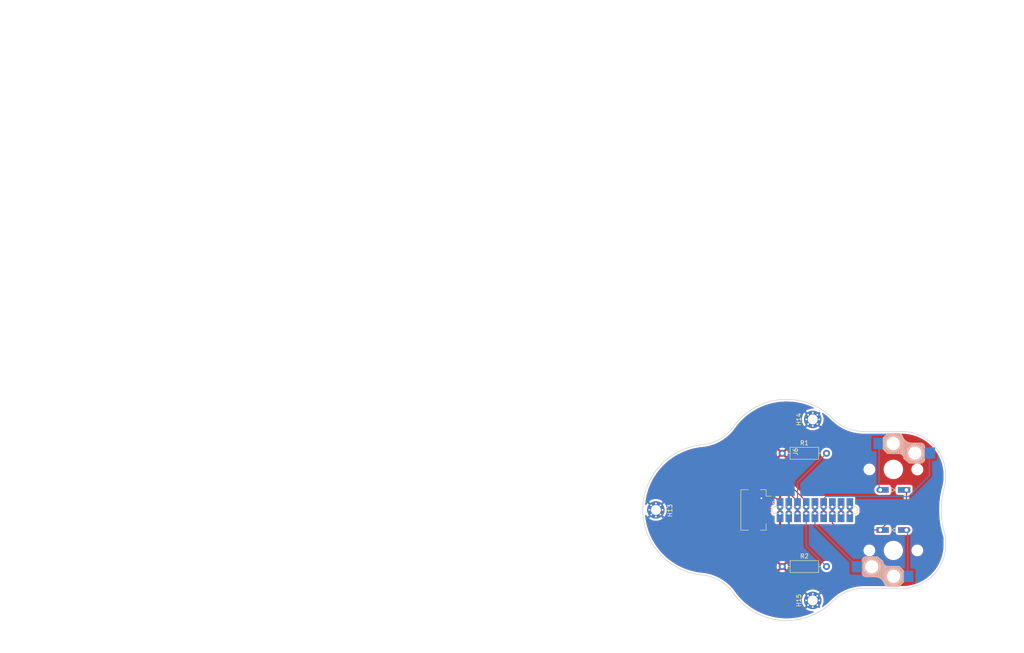
<source format=kicad_pcb>
(kicad_pcb (version 20211014) (generator pcbnew)
  (title_block (title "mainpcb") (rev "v1.0.0") (company "Unknown"))
  (layers (0 "F.Cu" signal) (31 "B.Cu" signal) (34 "B.Paste" user) (35 "F.Paste" user) (36 "B.SilkS" user "B.Silkscreen") (37 "F.SilkS" user "F.Silkscreen") (38 "B.Mask" user) (39 "F.Mask" user) (44 "Edge.Cuts" user))
  (net 0 "")
  (net 1 "C1")
  (net 2 "C2")
  (net 3 "c1_r4")
  (net 4 "R4")
  (net 5 "c2_r4")
  (net 6 "R5")
  (net 7 "GND")
  (net 8 "VCC")
  (net 9 "SDA")
  (net 10 "SCL")
  (footprint "Resistor_THT:R_Axial_DIN0207_L6.3mm_D2.5mm_P10.16mm_Horizontal" (layer "F.Cu") (at 64.5 39.1)
    (fp_text reference "R1" (at 5.08 -2.37) (layer "F.SilkS"))
    (fp_text value "4K7")
    (fp_line (start 1.81 1.37) (end 8.35 1.37) (layer "F.SilkS") (width 0.12))
    (fp_line (start 8.35 1.37) (end 8.35 -1.37) (layer "F.SilkS") (width 0.12))
    (fp_line (start 9.12 0) (end 8.35 0) (layer "F.SilkS") (width 0.12))
    (fp_line (start 1.04 0) (end 1.81 0) (layer "F.SilkS") (width 0.12))
    (fp_line (start 8.35 -1.37) (end 1.81 -1.37) (layer "F.SilkS") (width 0.12))
    (fp_line (start 1.81 -1.37) (end 1.81 1.37) (layer "F.SilkS") (width 0.12))
    (pad "1" thru_hole circle (at 0 0) (size 1.6 1.6) (drill 0.8) (layers *.Cu *.Mask) (net 8 "VCC"))
    (pad "2" thru_hole oval (at 10.16 0) (size 1.6 1.6) (drill 0.8) (layers *.Cu *.Mask) (net 9 "SDA"))
  )
  (footprint "kbd:M2_HOLE_v3" (layer "F.Cu") (at 71.5 72.88461 90)
    (fp_text reference "H15" (at 0 -3.2 90) (layer "F.SilkS"))
    (fp_text value "M2")
    (pad "1" thru_hole circle locked (at -1.06 1.06 90) (size 0.5 0.5) (drill 0.4) (layers *.Cu *.Mask) (net 7 "GND"))
    (pad "1" thru_hole circle locked (at -1.5 0 90) (size 0.5 0.5) (drill 0.4) (layers *.Cu *.Mask) (net 7 "GND"))
    (pad "1" thru_hole circle locked (at 1.5 0 90) (size 0.5 0.5) (drill 0.4) (layers *.Cu *.Mask) (net 7 "GND"))
    (pad "1" thru_hole circle locked (at 0 -1.5 90) (size 0.5 0.5) (drill 0.4) (layers *.Cu *.Mask) (net 7 "GND"))
    (pad "1" thru_hole circle locked (at 0 1.5 90) (size 0.5 0.5) (drill 0.4) (layers *.Cu *.Mask) (net 7 "GND"))
    (pad "1" thru_hole circle locked (at 0 0 90) (size 4 4) (drill 2.3) (layers *.Cu *.Mask) (net 7 "GND"))
    (pad "1" thru_hole circle locked (at 1.06 1.06 90) (size 0.5 0.5) (drill 0.4) (layers *.Cu *.Mask) (net 7 "GND"))
    (pad "1" thru_hole circle locked (at 1.06 -1.06 90) (size 0.5 0.5) (drill 0.4) (layers *.Cu *.Mask) (net 7 "GND"))
    (pad "1" thru_hole circle locked (at -1.06 -1.06 90) (size 0.5 0.5) (drill 0.4) (layers *.Cu *.Mask) (net 7 "GND"))
  )
  (footprint "Library:Hirose_FH12-12S-0.5SH_1x12-1MP_P0.50mm_Horizontal" (layer "F.Cu") (at 59.5 52.1 -90)
    (fp_text reference "J5" hide)
    (fp_text value "12pin FPC")
    (fp_line (start 3.16 -1.3) (end 4.65 -1.3) (layer "F.SilkS") (width 0.12))
    (fp_line (start -4.65 4.5) (end 4.65 4.5) (layer "F.SilkS") (width 0.12))
    (fp_line (start -3.16 -1.3) (end -4.65 -1.3) (layer "F.SilkS") (width 0.12))
    (fp_line (start -4.65 -1.3) (end -4.65 0.04) (layer "F.SilkS") (width 0.12))
    (fp_line (start 4.65 -1.3) (end 4.65 0.04) (layer "F.SilkS") (width 0.12))
    (fp_line (start -4.65 2.76) (end -4.65 4.5) (layer "F.SilkS") (width 0.12))
    (fp_line (start 4.65 4.5) (end 4.65 2.76) (layer "F.SilkS") (width 0.12))
    (fp_line (start -3.16 -1.3) (end -3.16 -2.5) (layer "F.SilkS") (width 0.12))
    (pad "1" smd rect (at -2.75 -1.85 270) (size 0.3 1.3) (layers "F.Cu" "F.Paste" "F.Mask") (net 8 "VCC"))
    (pad "2" smd rect (at -2.25 -1.85 270) (size 0.3 1.3) (layers "F.Cu" "F.Paste" "F.Mask") (net 7 "GND"))
    (pad "3" smd rect (at -1.75 -1.85 270) (size 0.3 1.3) (layers "F.Cu" "F.Paste" "F.Mask") (net 9 "SDA"))
    (pad "4" smd rect (at -1.25 -1.85 270) (size 0.3 1.3) (layers "F.Cu" "F.Paste" "F.Mask") (net 10 "SCL"))
    (pad "5" smd rect (at -0.75 -1.85 270) (size 0.3 1.3) (layers "F.Cu" "F.Paste" "F.Mask"))
    (pad "6" smd rect (at -0.25 -1.85 270) (size 0.3 1.3) (layers "F.Cu" "F.Paste" "F.Mask"))
    (pad "7" smd rect (at 0.25 -1.85 270) (size 0.3 1.3) (layers "F.Cu" "F.Paste" "F.Mask"))
    (pad "8" smd rect (at 0.75 -1.85 270) (size 0.3 1.3) (layers "F.Cu" "F.Paste" "F.Mask"))
    (pad "9" smd rect (at 1.25 -1.85 270) (size 0.3 1.3) (layers "F.Cu" "F.Paste" "F.Mask"))
    (pad "10" smd rect (at 1.75 -1.85 270) (size 0.3 1.3) (layers "F.Cu" "F.Paste" "F.Mask"))
    (pad "11" smd rect (at 2.25 -1.85 270) (size 0.3 1.3) (layers "F.Cu" "F.Paste" "F.Mask"))
    (pad "12" smd rect (at 2.75 -1.85 270) (size 0.3 1.3) (layers "F.Cu" "F.Paste" "F.Mask"))
    (pad "MP" smd rect (at 4.65 1.4 270) (size 1.8 2.2) (layers "F.Cu" "F.Paste" "F.Mask"))
    (pad "MP" smd rect (at -4.65 1.4 270) (size 1.8 2.2) (layers "F.Cu" "F.Paste" "F.Mask"))
  )
  (footprint "kbd:M2_HOLE_v3" (layer "F.Cu") (at 71.5 31.31539 90)
    (fp_text reference "H14" (at 0 -3.2 90) (layer "F.SilkS"))
    (fp_text value "M2")
    (pad "1" thru_hole circle locked (at 0 -1.5 90) (size 0.5 0.5) (drill 0.4) (layers *.Cu *.Mask) (net 7 "GND"))
    (pad "1" thru_hole circle locked (at 1.06 1.06 90) (size 0.5 0.5) (drill 0.4) (layers *.Cu *.Mask) (net 7 "GND"))
    (pad "1" thru_hole circle locked (at 0 1.5 90) (size 0.5 0.5) (drill 0.4) (layers *.Cu *.Mask) (net 7 "GND"))
    (pad "1" thru_hole circle locked (at 0 0 90) (size 4 4) (drill 2.3) (layers *.Cu *.Mask) (net 7 "GND"))
    (pad "1" thru_hole circle locked (at -1.06 1.06 90) (size 0.5 0.5) (drill 0.4) (layers *.Cu *.Mask) (net 7 "GND"))
    (pad "1" thru_hole circle locked (at 1.5 0 90) (size 0.5 0.5) (drill 0.4) (layers *.Cu *.Mask) (net 7 "GND"))
    (pad "1" thru_hole circle locked (at -1.06 -1.06 90) (size 0.5 0.5) (drill 0.4) (layers *.Cu *.Mask) (net 7 "GND"))
    (pad "1" thru_hole circle locked (at 1.06 -1.06 90) (size 0.5 0.5) (drill 0.4) (layers *.Cu *.Mask) (net 7 "GND"))
    (pad "1" thru_hole circle locked (at -1.5 0 90) (size 0.5 0.5) (drill 0.4) (layers *.Cu *.Mask) (net 7 "GND"))
  )
  (footprint "Library:PG1350" (layer "F.Cu") (at 90 42.8)
    (fp_text reference "SW17" hide)
    (fp_text value "Val**" hide)
    (fp_line (start 1.1 -8.25) (end 1.1 -3.7) (layer "B.SilkS") (width 0.15))
    (fp_line (start 1.75 -8) (end 1.75 -3.65) (layer "B.SilkS") (width 0.12))
    (fp_line (start -1.6 -8) (end -1.6 -3.9) (layer "B.SilkS") (width 0.15))
    (fp_line (start -2 -7.6) (end -2 -4.35) (layer "B.SilkS") (width 0.15))
    (fp_line (start 0.35 -8.25) (end 0.35 -3.65) (layer "B.SilkS") (width 0.15))
    (fp_line (start 2.15 -7.45) (end 2.15 -3.3) (layer "B.SilkS") (width 0.15))
    (fp_line (start 6.95 -5.75) (end 6.95 -1.75) (layer "B.SilkS") (width 0.15))
    (fp_line (start 2.6 -6.75) (end 2.6 -2.3) (layer "B.SilkS") (width 0.15))
    (fp_line (start 2.9 -6.5) (end 2.9 -2.1) (layer "B.SilkS") (width 0.15))
    (fp_line (start -1.35 -3.625) (end -2.375 -4.65) (layer "B.SilkS") (width 0.15))
    (fp_line (start 6.2 -6.05) (end 6.2 -1.45) (layer "B.SilkS") (width 0.15))
    (fp_line (start 7.1 -5.55) (end 7.1 -1.95) (layer "B.SilkS") (width 0.15))
    (fp_line (start 4.1 -6.05) (end 4.1 -1.5) (layer "B.SilkS") (width 0.15))
    (fp_line (start 6.35 -6.05) (end 6.35 -1.5) (layer "B.SilkS") (width 0.15))
    (fp_line (start 4.25 -6.05) (end 4.25 -1.45) (layer "B.SilkS") (width 0.15))
    (fp_line (start 4.7 -6.05) (end 4.7 -1.45) (layer "B.SilkS") (width 0.15))
    (fp_line (start -2.1 -7.5) (end -2.1 -4.45) (layer "B.SilkS") (width 0.15))
    (fp_line (start 3.35 -6.25) (end 3.35 -1.7) (layer "B.SilkS") (width 0.15))
    (fp_line (start 3.675 -1.425) (end 6.225 -1.425) (layer "B.SilkS") (width 0.15))
    (fp_line (start 1.85 -8) (end 1.85 -3.5) (layer "B.SilkS") (width 0.15))
    (fp_line (start -0.85 -8.25) (end -0.85 -3.65) (layer "B.SilkS") (width 0.15))
    (fp_line (start -1.75 -7.85) (end -1.75 -4.05) (layer "B.SilkS") (width 0.15))
    (fp_line (start 5.3 -6.05) (end 5.3 -1.45) (layer "B.SilkS") (width 0.15))
    (fp_line (start -2.2 -7.4) (end -2.2 -4.55) (layer "B.SilkS") (width 0.15))
    (fp_line (start 6.65 -5.95) (end 6.65 -1.55) (layer "B.SilkS") (width 0.15))
    (fp_line (start 2.05 -7.6) (end 2.05 -3.4) (layer "B.SilkS") (width 0.15))
    (fp_line (start 4.85 -6.05) (end 4.85 -1.45) (layer "B.SilkS") (width 0.15))
    (fp_line (start 4.25 -6.075) (end 6.225 -6.075) (layer "B.SilkS") (width 0.15))
    (fp_line (start 2.25 -7.25) (end 2.25 -3.1) (layer "B.SilkS") (width 0.15))
    (fp_line (start 5.15 -6.05) (end 5.15 -1.45) (layer "B.SilkS") (width 0.15))
    (fp_line (start 0.5 -8.25) (end 0.5 -3.65) (layer "B.SilkS") (width 0.15))
    (fp_line (start 5 -6.05) (end 5 -1.45) (layer "B.SilkS") (width 0.15))
    (fp_line (start 3.65 -6.1) (end 3.65 -1.5) (layer "B.SilkS") (width 0.15))
    (fp_line (start 1.7 -8.1) (end 1.7 -3.55) (layer "B.SilkS") (width 0.15))
    (fp_line (start 0.8 -8.25) (end 0.8 -3.65) (layer "B.SilkS") (width 0.15))
    (fp_line (start 4.55 -6.05) (end 4.55 -1.45) (layer "B.SilkS") (width 0.15))
    (fp_line (start 2.75 -6.6) (end 2.75 -2.2) (layer "B.SilkS") (width 0.15))
    (fp_line (start 4.6 -5.95) (end 4.6 -1.45) (layer "B.SilkS") (width 0.12))
    (fp_line (start 5.45 -6.05) (end 5.45 -1.45) (layer "B.SilkS") (width 0.15))
    (fp_line (start 4.4 -6.05) (end 4.4 -1.45) (layer "B.SilkS") (width 0.15))
    (fp_line (start 2.35 -7.1) (end 2.35 -2.95) (layer "B.SilkS") (width 0.15))
    (fp_line (start 2.45 -6.9) (end 2.45 -2.45) (layer "B.SilkS") (width 0.15))
    (fp_line (start 1.25 -8.25) (end 1.25 -3.65) (layer "B.SilkS") (width 0.15))
    (fp_line (start 1.4 -8.25) (end 1.4 -3.65) (layer "B.SilkS") (width 0.15))
    (fp_line (start -1.3 -8.25) (end -1.3 -3.65) (layer "B.SilkS") (width 0.15))
    (fp_line (start 3.2 -6.3) (end 3.2 -1.85) (layer "B.SilkS") (width 0.15))
    (fp_line (start 1.95 -7.85) (end 1.95 -3.45) (layer "B.SilkS") (width 0.15))
    (fp_line (start -1.35 -8.275) (end -2.375 -7.25) (layer "B.SilkS") (width 0.15))
    (fp_line (start 1.55 -8.2) (end 1.55 -3.65) (layer "B.SilkS") (width 0.15))
    (fp_line (start 5.6 -6.05) (end 5.6 -1.45) (layer "B.SilkS") (width 0.15))
    (fp_line (start -2.35 -4.625) (end -2.35 -7.275) (layer "B.SilkS") (width 0.15))
    (fp_line (start -0.25 -8.25) (end -0.25 -3.65) (layer "B.SilkS") (width 0.15))
    (fp_line (start 3.5 -6.15) (end 3.5 -1.6) (layer "B.SilkS") (width 0.15))
    (fp_line (start -0.55 -8.25) (end -0.55 -3.65) (layer "B.SilkS") (width 0.15))
    (fp_line (start -1.45 -8.15) (end -1.45 -3.75) (layer "B.SilkS") (width 0.15))
    (fp_line (start 6.05 -6.05) (end 6.05 -1.45) (layer "B.SilkS") (width 0.15))
    (fp_line (start 3.95 -6.1) (end 3.95 -1.45) (layer "B.SilkS") (width 0.15))
    (fp_line (start -0.95 -8.15) (end -0.95 -3.7) (layer "B.SilkS") (width 0.12))
    (fp_line (start -0.95 -3.7) (end 1.75 -8) (layer "B.SilkS") (width 0.12))
    (fp_line (start 0.2 -8.25) (end 0.2 -3.65) (layer "B.SilkS") (width 0.15))
    (fp_line (start 6.5 -6) (end 6.5 -1.5) (layer "B.SilkS") (width 0.15))
    (fp_line (start -1.35 -8.275) (end 1.25 -8.275) (layer "B.SilkS") (width 0.15))
    (fp_line (start 1.75 -3.65) (end 4.6 -5.95) (layer "B.SilkS") (width 0.12))
    (fp_line (start 3.675 -1.425) (end 2.4 -2.45) (layer "B.SilkS") (width 0.15))
    (fp_line (start 5.9 -6.05) (end 5.9 -1.45) (layer "B.SilkS") (width 0.15))
    (fp_line (start 0.65 -8.25) (end 0.65 -3.65) (layer "B.SilkS") (width 0.15))
    (fp_line (start -1 -8.25) (end -1 -3.65) (layer "B.SilkS") (width 0.15))
    (fp_line (start 6.8 -5.85) (end 6.8 -1.65) (layer "B.SilkS") (width 0.15))
    (fp_line (start 3.05 -6.4) (end 3.05 -1.95) (layer "B.SilkS") (width 0.15))
    (fp_line (start 0.05 -8.25) (end 0.05 -3.65) (layer "B.SilkS") (width 0.15))
    (fp_line (start 5.75 -6.05) (end 5.75 -1.45) (layer "B.SilkS") (width 0.15))
    (fp_line (start -0.4 -8.25) (end -0.4 -3.65) (layer "B.SilkS") (width 0.15))
    (fp_line (start 3.8 -6.1) (end 3.8 -1.45) (layer "B.SilkS") (width 0.15))
    (fp_line (start -0.7 -8.25) (end -0.7 -3.65) (layer "B.SilkS") (width 0.15))
    (fp_line (start 0.95 -8.25) (end 0.95 -3.65) (layer "B.SilkS") (width 0.15))
    (fp_line (start -1.9 -7.7) (end -1.9 -4.2) (layer "B.SilkS") (width 0.15))
    (fp_line (start -1.35 -3.625) (end 1.225 -3.625) (layer "B.SilkS") (width 0.15))
    (fp_line (start -0.1 -8.25) (end -0.1 -3.65) (layer "B.SilkS") (width 0.15))
    (fp_line (start -1.15 -8.25) (end -1.15 -3.65) (layer "B.SilkS") (width 0.15))
    (fp_arc (start 1.225 -3.625) (mid 2.05585 -3.28085) (end 2.4 -2.45) (layer "B.SilkS") (width 0.15))
    (fp_arc (start 1.250995 -8.273791) (mid 1.798286 -8.066021) (end 2.112199 -7.571904) (layer "B.SilkS") (width 0.15))
    (fp_arc (start 7.225 -2.425) (mid 6.932107 -1.717893) (end 6.225 -1.425) (layer "B.SilkS") (width 0.15))
    (fp_arc (start 4.25 -6.075) (mid 2.945114 -6.486429) (end 2.112199 -7.571904) (layer "B.SilkS") (width 0.15))
    (fp_arc (start 6.225 -6.075) (mid 6.932107 -5.782107) (end 7.225 -5.075) (layer "B.SilkS") (width 0.15))
    (pad "" np_thru_hole circle (at 5.5 0) (size 1.7018 1.7018) (drill 1.7018) (layers *.Cu *.Mask))
    (pad "" np_thru_hole circle (at -0.05 -5.95 270) (size 3 3) (drill 3) (layers *.Cu *.Mask))
    (pad "" np_thru_hole circle (at 4.95 -3.75 270) (size 3 3) (drill 3) (layers *.Cu *.Mask))
    (pad "" np_thru_hole circle (at -5.5 0) (size 1.7018 1.7018) (drill 1.7018) (layers *.Cu *.Mask))
    (pad "" np_thru_hole circle (at 0 0) (size 3.429 3.429) (drill 3.429) (layers *.Cu *.Mask))
    (pad "1" smd rect (at -3.275 -5.95) (size 2.6 2.6) (layers "B.Cu" "B.Paste" "B.Mask") (net 5 "c2_r4"))
    (pad "2" smd rect (at 8.275 -3.75) (size 2.6 2.6) (layers "B.Cu" "B.Paste" "B.Mask") (net 2 "C2"))
  )
  (footprint "Library:kb_90deg_connector_female_9pin" (layer "F.Cu") (at 72 52.15 90)
    (fp_text reference "J6" (at 13.445 -4.445 90 unlocked) (layer "F.SilkS"))
    (fp_text value "Female 9pin")
    (fp_circle (center 1.75 -9.5) (end 2 -9.5) (layer "B.SilkS") (width 0.12) (fill none))
    (fp_circle (center 1.75 -9.5) (end 2 -9.5) (layer "F.SilkS") (width 0.12) (fill none))
    (fp_line (start 0.8 9.25) (end 0.8 -9.25) (layer "Edge.Cuts") (width 0.15))
    (fp_line (start -0.8 -9.25) (end -0.8 9.25) (layer "Edge.Cuts") (width 0.15))
    (fp_line (start -0.3 9.75) (end 0.3 9.75) (layer "Edge.Cuts") (width 0.15))
    (fp_line (start 0.3 -9.75) (end -0.3 -9.75) (layer "Edge.Cuts") (width 0.15))
    (fp_arc (start -0.8 -9.25) (mid -0.653553 -9.603553) (end -0.3 -9.75) (layer "Edge.Cuts") (width 0.15))
    (fp_arc (start -0.3 9.75) (mid -0.653553 9.603553) (end -0.8 9.25) (layer "Edge.Cuts") (width 0.15))
    (fp_arc (start 0.3 -9.75) (mid 0.653553 -9.603553) (end 0.8 -9.25) (layer "Edge.Cuts") (width 0.15))
    (fp_arc (start 0.8 9.25) (mid 0.653553 9.603553) (end 0.3 9.75) (layer "Edge.Cuts") (width 0.15))
    (pad "1" thru_hole circle (at -0.75 -8 90) (size 1.5 1.5) (drill 0.6) (layers *.Cu) (net 8 "VCC"))
    (pad "1" smd rect (at -1.75 -8 270) (size 2 1.5) (layers "F.Cu" "F.Paste" "F.Mask") (net 8 "VCC"))
    (pad "1" smd rect (at -1.75 -8 270) (size 2 1.5) (layers "B.Cu" "B.Paste" "B.Mask") (net 8 "VCC"))
    (pad "1" smd rect (at 1.75 -8 270) (size 2 1.5) (layers "B.Cu" "B.Paste" "B.Mask") (net 8 "VCC"))
    (pad "1" smd rect (at 1.75 -8 270) (size 2 1.5) (layers "F.Cu" "F.Paste" "F.Mask") (net 8 "VCC"))
    (pad "1" thru_hole circle (at 0.75 -8 90) (size 1.5 1.5) (drill 0.6) (layers *.Cu) (net 8 "VCC"))
    (pad "2" smd rect (at 1.75 -6 270) (size 2 1.5) (layers "B.Cu" "B.Paste" "B.Mask") (net 7 "GND"))
    (pad "2" smd rect (at -1.75 -6 270) (size 2 1.5) (layers "B.Cu" "B.Paste" "B.Mask") (net 7 "GND"))
    (pad "2" thru_hole circle (at -0.75 -6 90) (size 1.5 1.5) (drill 0.6) (layers *.Cu) (net 7 "GND"))
    (pad "2" smd rect (at 1.75 -6 270) (size 2 1.5) (layers "F.Cu" "F.Paste" "F.Mask") (net 7 "GND"))
    (pad "2" smd rect (at -1.75 -6 270) (size 2 1.5) (layers "F.Cu" "F.Paste" "F.Mask") (net 7 "GND"))
    (pad "2" thru_hole circle (at 0.75 -6 90) (size 1.5 1.5) (drill 0.6) (layers *.Cu) (net 7 "GND"))
    (pad "3" thru_hole circle (at 0.75 -4 90) (size 1.5 1.5) (drill 0.6) (layers *.Cu) (net 9 "SDA"))
    (pad "3" smd rect (at 1.75 -4 270) (size 2 1.5) (layers "B.Cu" "B.Paste" "B.Mask") (net 9 "SDA"))
    (pad "3" smd rect (at -1.75 -4 270) (size 2 1.5) (layers "F.Cu" "F.Paste" "F.Mask") (net 9 "SDA"))
    (pad "3" smd rect (at 1.75 -4 270) (size 2 1.5) (layers "F.Cu" "F.Paste" "F.Mask") (net 9 "SDA"))
    (pad "3" smd rect (at -1.75 -4 270) (size 2 1.5) (layers "B.Cu" "B.Paste" "B.Mask") (net 9 "SDA"))
    (pad "3" thru_hole circle (at -0.75 -4 90) (size 1.5 1.5) (drill 0.6) (layers *.Cu) (net 9 "SDA"))
    (pad "4" smd rect (at 1.75 -2 270) (size 2 1.5) (layers "F.Cu" "F.Paste" "F.Mask") (net 10 "SCL"))
    (pad "4" thru_hole circle (at -0.75 -2 90) (size 1.5 1.5) (drill 0.6) (layers *.Cu) (net 10 "SCL"))
    (pad "4" thru_hole circle (at 0.75 -2 90) (size 1.5 1.5) (drill 0.6) (layers *.Cu) (net 10 "SCL"))
    (pad "4" smd rect (at -1.75 -2 270) (size 2 1.5) (layers "F.Cu" "F.Paste" "F.Mask") (net 10 "SCL"))
    (pad "4" smd rect (at 1.75 -2 270) (size 2 1.5) (layers "B.Cu" "B.Paste" "B.Mask") (net 10 "SCL"))
    (pad "4" smd rect (at -1.75 -2 270) (size 2 1.5) (layers "B.Cu" "B.Paste" "B.Mask") (net 10 "SCL"))
    (pad "5" smd rect (at 1.75 0 270) (size 2 1.5) (layers "F.Cu" "F.Paste" "F.Mask") (net 1 "C1"))
    (pad "5" smd rect (at -1.75 0 270) (size 2 1.5) (layers "F.Cu" "F.Paste" "F.Mask") (net 1 "C1"))
    (pad "5" smd rect (at -1.75 0 270) (size 2 1.5) (layers "B.Cu" "B.Paste" "B.Mask") (net 1 "C1"))
    (pad "5" smd rect (at 1.75 0 270) (size 2 1.5) (layers "B.Cu" "B.Paste" "B.Mask") (net 1 "C1"))
    (pad "5" thru_hole circle (at -0.75 0 90) (size 1.5 1.5) (drill 0.6) (layers *.Cu) (net 1 "C1"))
    (pad "5" thru_hole circle (at 0.75 0 90) (size 1.5 1.5) (drill 0.6) (layers *.Cu) (net 1 "C1"))
    (pad "6" smd rect (at 1.75 2 270) (size 2 1.5) (layers "F.Cu" "F.Paste" "F.Mask") (net 2 "C2"))
    (pad "6" thru_hole circle (at 0.75 2 90) (size 1.5 1.5) (drill 0.6) (layers *.Cu) (net 2 "C2"))
    (pad "6" smd rect (at -1.75 2 270) (size 2 1.5) (layers "F.Cu" "F.Paste" "F.Mask") (net 2 "C2"))
    (pad "6" thru_hole circle (at -0.75 2 90) (size 1.5 1.5) (drill 0.6) (layers *.Cu) (net 2 "C2"))
    (pad "6" smd rect (at -1.75 2 270) (size 2 1.5) (layers "B.Cu" "B.Paste" "B.Mask") (net 2 "C2"))
    (pad "6" smd rect (at 1.75 2 270) (size 2 1.5) (layers "B.Cu" "B.Paste" "B.Mask") (net 2 "C2"))
    (pad "7" smd rect (at 1.75 4 270) (size 2 1.5) (layers "F.Cu" "F.Paste" "F.Mask") (net 4 "R4"))
    (pad "7" thru_hole circle (at -0.75 4 90) (size 1.5 1.5) (drill 0.6) (layers *.Cu) (net 4 "R4"))
    (pad "7" smd rect (at -1.75 4 270) (size 2 1.5) (layers "F.Cu" "F.Paste" "F.Mask") (net 4 "R4"))
    (pad "7" smd rect (at 1.75 4 270) (size 2 1.5) (layers "B.Cu" "B.Paste" "B.Mask") (net 4 "R4"))
    (pad "7" smd rect (at -1.75 4 270) (size 2 1.5) (layers "B.Cu" "B.Paste" "B.Mask") (net 4 "R4"))
    (pad "7" thru_hole circle (at 0.75 4 90) (size 1.5 1.5) (drill 0.6) (layers *.Cu) (net 4 "R4"))
    (pad "8" smd rect (at -1.75 6 270) (size 2 1.5) (layers "B.Cu" "B.Paste" "B.Mask") (net 6 "R5"))
    (pad "8" thru_hole circle (at -0.75 6 90) (size 1.5 1.5) (drill 0.6) (layers *.Cu) (net 6 "R5"))
    (pad "8" smd rect (at 1.75 6 270) (size 2 1.5) (layers "F.Cu" "F.Paste" "F.Mask") (net 6 "R5"))
    (pad "8" thru_hole circle (at 0.75 6 90) (size 1.5 1.5) (drill 0.6) (layers *.Cu) (net 6 "R5"))
    (pad "8" smd rect (at 1.75 6 270) (size 2 1.5) (layers "B.Cu" "B.Paste" "B.Mask") (net 6 "R5"))
    (pad "8" smd rect (at -1.75 6 270) (size 2 1.5) (layers "F.Cu" "F.Paste" "F.Mask") (net 6 "R5"))
    (pad "9" thru_hole circle (at -0.75 8 90) (size 1.5 1.5) (drill 0.6) (layers *.Cu))
    (pad "9" smd rect (at 1.75 8 270) (size 2 1.5) (layers "B.Cu" "B.Paste" "B.Mask"))
    (pad "9" smd rect (at 1.75 8 270) (size 2 1.5) (layers "F.Cu" "F.Paste" "F.Mask"))
    (pad "9" smd rect (at -1.75 8 270) (size 2 1.5) (layers "F.Cu" "F.Paste" "F.Mask"))
    (pad "9" smd rect (at -1.75 8 270) (size 2 1.5) (layers "B.Cu" "B.Paste" "B.Mask"))
    (pad "9" thru_hole circle (at 0.75 8 90) (size 1.5 1.5) (drill 0.6) (layers *.Cu))
  )
  (footprint "Library:PG1350" (layer "F.Cu") (at 90 61.4 180)
    (fp_text reference "SW16" hide)
    (fp_text value "Val**" hide)
    (fp_line (start 1.4 -8.25) (end 1.4 -3.65) (layer "B.SilkS") (width 0.15))
    (fp_line (start -1.35 -8.275) (end 1.25 -8.275) (layer "B.SilkS") (width 0.15))
    (fp_line (start 2.15 -7.45) (end 2.15 -3.3) (layer "B.SilkS") (width 0.15))
    (fp_line (start 6.35 -6.05) (end 6.35 -1.5) (layer "B.SilkS") (width 0.15))
    (fp_line (start 2.6 -6.75) (end 2.6 -2.3) (layer "B.SilkS") (width 0.15))
    (fp_line (start 6.8 -5.85) (end 6.8 -1.65) (layer "B.SilkS") (width 0.15))
    (fp_line (start -1.35 -3.625) (end 1.225 -3.625) (layer "B.SilkS") (width 0.15))
    (fp_line (start 4.7 -6.05) (end 4.7 -1.45) (layer "B.SilkS") (width 0.15))
    (fp_line (start 2.05 -7.6) (end 2.05 -3.4) (layer "B.SilkS") (width 0.15))
    (fp_line (start 1.95 -7.85) (end 1.95 -3.45) (layer "B.SilkS") (width 0.15))
    (fp_line (start 6.5 -6) (end 6.5 -1.5) (layer "B.SilkS") (width 0.15))
    (fp_line (start 5.6 -6.05) (end 5.6 -1.45) (layer "B.SilkS") (width 0.15))
    (fp_line (start 3.8 -6.1) (end 3.8 -1.45) (layer "B.SilkS") (width 0.15))
    (fp_line (start 0.5 -8.25) (end 0.5 -3.65) (layer "B.SilkS") (width 0.15))
    (fp_line (start -1.6 -8) (end -1.6 -3.9) (layer "B.SilkS") (width 0.15))
    (fp_line (start -1.35 -8.275) (end -2.375 -7.25) (layer "B.SilkS") (width 0.15))
    (fp_line (start 4.85 -6.05) (end 4.85 -1.45) (layer "B.SilkS") (width 0.15))
    (fp_line (start -0.55 -8.25) (end -0.55 -3.65) (layer "B.SilkS") (width 0.15))
    (fp_line (start 4.25 -6.075) (end 6.225 -6.075) (layer "B.SilkS") (width 0.15))
    (fp_line (start 0.05 -8.25) (end 0.05 -3.65) (layer "B.SilkS") (width 0.15))
    (fp_line (start 4.6 -5.95) (end 4.6 -1.45) (layer "B.SilkS") (width 0.12))
    (fp_line (start 1.75 -8) (end 1.75 -3.65) (layer "B.SilkS") (width 0.12))
    (fp_line (start 4.55 -6.05) (end 4.55 -1.45) (layer "B.SilkS") (width 0.15))
    (fp_line (start 5.15 -6.05) (end 5.15 -1.45) (layer "B.SilkS") (width 0.15))
    (fp_line (start 1.25 -8.25) (end 1.25 -3.65) (layer "B.SilkS") (width 0.15))
    (fp_line (start 6.05 -6.05) (end 6.05 -1.45) (layer "B.SilkS") (width 0.15))
    (fp_line (start 0.35 -8.25) (end 0.35 -3.65) (layer "B.SilkS") (width 0.15))
    (fp_line (start 0.8 -8.25) (end 0.8 -3.65) (layer "B.SilkS") (width 0.15))
    (fp_line (start -0.7 -8.25) (end -0.7 -3.65) (layer "B.SilkS") (width 0.15))
    (fp_line (start 2.45 -6.9) (end 2.45 -2.45) (layer "B.SilkS") (width 0.15))
    (fp_line (start 3.35 -6.25) (end 3.35 -1.7) (layer "B.SilkS") (width 0.15))
    (fp_line (start 5.75 -6.05) (end 5.75 -1.45) (layer "B.SilkS") (width 0.15))
    (fp_line (start -1.3 -8.25) (end -1.3 -3.65) (layer "B.SilkS") (width 0.15))
    (fp_line (start -2 -7.6) (end -2 -4.35) (layer "B.SilkS") (width 0.15))
    (fp_line (start -1.75 -7.85) (end -1.75 -4.05) (layer "B.SilkS") (width 0.15))
    (fp_line (start 1.7 -8.1) (end 1.7 -3.55) (layer "B.SilkS") (width 0.15))
    (fp_line (start -2.35 -4.625) (end -2.35 -7.275) (layer "B.SilkS") (width 0.15))
    (fp_line (start 4.25 -6.05) (end 4.25 -1.45) (layer "B.SilkS") (width 0.15))
    (fp_line (start -2.2 -7.4) (end -2.2 -4.55) (layer "B.SilkS") (width 0.15))
    (fp_line (start 2.25 -7.25) (end 2.25 -3.1) (layer "B.SilkS") (width 0.15))
    (fp_line (start 1.1 -8.25) (end 1.1 -3.7) (layer "B.SilkS") (width 0.15))
    (fp_line (start 3.675 -1.425) (end 2.4 -2.45) (layer "B.SilkS") (width 0.15))
    (fp_line (start 6.95 -5.75) (end 6.95 -1.75) (layer "B.SilkS") (width 0.15))
    (fp_line (start -2.1 -7.5) (end -2.1 -4.45) (layer "B.SilkS") (width 0.15))
    (fp_line (start 2.75 -6.6) (end 2.75 -2.2) (layer "B.SilkS") (width 0.15))
    (fp_line (start 4.1 -6.05) (end 4.1 -1.5) (layer "B.SilkS") (width 0.15))
    (fp_line (start 1.75 -3.65) (end 4.6 -5.95) (layer "B.SilkS") (width 0.12))
    (fp_line (start -1.9 -7.7) (end -1.9 -4.2) (layer "B.SilkS") (width 0.15))
    (fp_line (start 3.65 -6.1) (end 3.65 -1.5) (layer "B.SilkS") (width 0.15))
    (fp_line (start 3.2 -6.3) (end 3.2 -1.85) (layer "B.SilkS") (width 0.15))
    (fp_line (start 0.95 -8.25) (end 0.95 -3.65) (layer "B.SilkS") (width 0.15))
    (fp_line (start -1.15 -8.25) (end -1.15 -3.65) (layer "B.SilkS") (width 0.15))
    (fp_line (start -1.35 -3.625) (end -2.375 -4.65) (layer "B.SilkS") (width 0.15))
    (fp_line (start -0.85 -8.25) (end -0.85 -3.65) (layer "B.SilkS") (width 0.15))
    (fp_line (start -0.4 -8.25) (end -0.4 -3.65) (layer "B.SilkS") (width 0.15))
    (fp_line (start 0.65 -8.25) (end 0.65 -3.65) (layer "B.SilkS") (width 0.15))
    (fp_line (start -1.45 -8.15) (end -1.45 -3.75) (layer "B.SilkS") (width 0.15))
    (fp_line (start 5.9 -6.05) (end 5.9 -1.45) (layer "B.SilkS") (width 0.15))
    (fp_line (start 2.35 -7.1) (end 2.35 -2.95) (layer "B.SilkS") (width 0.15))
    (fp_line (start 5.3 -6.05) (end 5.3 -1.45) (layer "B.SilkS") (width 0.15))
    (fp_line (start 6.2 -6.05) (end 6.2 -1.45) (layer "B.SilkS") (width 0.15))
    (fp_line (start 5 -6.05) (end 5 -1.45) (layer "B.SilkS") (width 0.15))
    (fp_line (start 2.9 -6.5) (end 2.9 -2.1) (layer "B.SilkS") (width 0.15))
    (fp_line (start -1 -8.25) (end -1 -3.65) (layer "B.SilkS") (width 0.15))
    (fp_line (start -0.95 -8.15) (end -0.95 -3.7) (layer "B.SilkS") (width 0.12))
    (fp_line (start -0.1 -8.25) (end -0.1 -3.65) (layer "B.SilkS") (width 0.15))
    (fp_line (start 4.4 -6.05) (end 4.4 -1.45) (layer "B.SilkS") (width 0.15))
    (fp_line (start -0.25 -8.25) (end -0.25 -3.65) (layer "B.SilkS") (width 0.15))
    (fp_line (start 3.5 -6.15) (end 3.5 -1.6) (layer "B.SilkS") (width 0.15))
    (fp_line (start 7.1 -5.55) (end 7.1 -1.95) (layer "B.SilkS") (width 0.15))
    (fp_line (start 3.05 -6.4) (end 3.05 -1.95) (layer "B.SilkS") (width 0.15))
    (fp_line (start 1.85 -8) (end 1.85 -3.5) (layer "B.SilkS") (width 0.15))
    (fp_line (start 0.2 -8.25) (end 0.2 -3.65) (layer "B.SilkS") (width 0.15))
    (fp_line (start -0.95 -3.7) (end 1.75 -8) (layer "B.SilkS") (width 0.12))
    (fp_line (start 1.55 -8.2) (end 1.55 -3.65) (layer "B.SilkS") (width 0.15))
    (fp_line (start 5.45 -6.05) (end 5.45 -1.45) (layer "B.SilkS") (width 0.15))
    (fp_line (start 3.675 -1.425) (end 6.225 -1.425) (layer "B.SilkS") (width 0.15))
    (fp_line (start 3.95 -6.1) (end 3.95 -1.45) (layer "B.SilkS") (width 0.15))
    (fp_line (start 6.65 -5.95) (end 6.65 -1.55) (layer "B.SilkS") (width 0.15))
    (fp_arc (start 7.225 -2.425) (mid 6.932107 -1.717893) (end 6.225 -1.425) (layer "B.SilkS") (width 0.15))
    (fp_arc (start 4.25 -6.075) (mid 2.945114 -6.486429) (end 2.112199 -7.571904) (layer "B.SilkS") (width 0.15))
    (fp_arc (start 1.250995 -8.273791) (mid 1.798286 -8.066021) (end 2.112199 -7.571904) (layer "B.SilkS") (width 0.15))
    (fp_arc (start 6.225 -6.075) (mid 6.932107 -5.782107) (end 7.225 -5.075) (layer "B.SilkS") (width 0.15))
    (fp_arc (start 1.225 -3.625) (mid 2.05585 -3.28085) (end 2.4 -2.45) (layer "B.SilkS") (width 0.15))
    (pad "" np_thru_hole circle (at -0.05 -5.95 90) (size 3 3) (drill 3) (layers *.Cu *.Mask))
    (pad "" np_thru_hole circle (at 4.95 -3.75 90) (size 3 3) (drill 3) (layers *.Cu *.Mask))
    (pad "" np_thru_hole circle (at -5.5 0 180) (size 1.7018 1.7018) (drill 1.7018) (layers *.Cu *.Mask))
    (pad "" np_thru_hole circle (at 0 0 180) (size 3.429 3.429) (drill 3.429) (layers *.Cu *.Mask))
    (pad "" np_thru_hole circle (at 5.5 0 180) (size 1.7018 1.7018) (drill 1.7018) (layers *.Cu *.Mask))
    (pad "1" smd rect (at -3.275 -5.95 180) (size 2.6 2.6) (layers "B.Cu" "B.Paste" "B.Mask") (net 3 "c1_r4"))
    (pad "2" smd rect (at 8.275 -3.75 180) (size 2.6 2.6) (layers "B.Cu" "B.Paste" "B.Mask") (net 1 "C1"))
  )
  (footprint "Library:D3_TH_SMD_v2" (layer "F.Cu") (at 90 47.5 180)
    (fp_text reference "D17" hide)
    (fp_text value "Diode" hide)
    (fp_line (start 0.525 0.5) (end 0.525 -0.5) (layer "B.SilkS") (width 0.15))
    (fp_line (start -0.375 0) (end 0.525 0.5) (layer "B.SilkS") (width 0.15))
    (fp_line (start 0.525 -0.5) (end -0.375 0) (layer "B.SilkS") (width 0.15))
    (fp_line (start -0.475 0.5) (end -0.475 -0.5) (layer "B.SilkS") (width 0.15))
    (fp_line (start -0.5 -0.5) (end -0.5 0.5) (layer "F.SilkS") (width 0.15))
    (fp_line (start -0.4 0) (end 0.5 -0.5) (layer "F.SilkS") (width 0.15))
    (fp_line (start 0.5 0.5) (end -0.4 0) (layer "F.SilkS") (width 0.15))
    (fp_line (start 0.5 -0.5) (end 0.5 0.5) (layer "F.SilkS") (width 0.15))
    (pad "1" smd rect (at -1.75 0 180) (size 1.4 1.3) (layers "B.Cu" "B.Paste" "B.Mask") (net 4 "R4"))
    (pad "1" smd rect (at -1.775 0) (size 1.4 1.3) (layers "F.Cu" "F.Paste" "F.Mask") (net 4 "R4"))
    (pad "1" thru_hole rect (at -3 0 180) (size 1.778 1.3) (drill 0.8128) (layers *.Cu "B.Mask") (net 4 "R4"))
    (pad "2" smd rect (at 1.775 0) (size 1.4 1.3) (layers "F.Cu" "F.Paste" "F.Mask") (net 5 "c2_r4"))
    (pad "2" thru_hole oval (at 3 0 180) (size 1.778 1.3) (drill 0.8128) (layers *.Cu "B.Mask") (net 5 "c2_r4"))
    (pad "2" smd rect (at 1.8 0 180) (size 1.4 1.3) (layers "B.Cu" "B.Paste" "B.Mask") (net 5 "c2_r4"))
  )
  (footprint "Resistor_THT:R_Axial_DIN0207_L6.3mm_D2.5mm_P10.16mm_Horizontal" (layer "F.Cu") (at 64.5 65.1)
    (fp_text reference "R2" (at 5.08 -2.37) (layer "F.SilkS"))
    (fp_text value "4K7")
    (fp_line (start 8.35 -1.37) (end 1.81 -1.37) (layer "F.SilkS") (width 0.12))
    (fp_line (start 1.81 1.37) (end 8.35 1.37) (layer "F.SilkS") (width 0.12))
    (fp_line (start 8.35 1.37) (end 8.35 -1.37) (layer "F.SilkS") (width 0.12))
    (fp_line (start 1.81 -1.37) (end 1.81 1.37) (layer "F.SilkS") (width 0.12))
    (fp_line (start 1.04 0) (end 1.81 0) (layer "F.SilkS") (width 0.12))
    (fp_line (start 9.12 0) (end 8.35 0) (layer "F.SilkS") (width 0.12))
    (pad "1" thru_hole circle (at 0 0) (size 1.6 1.6) (drill 0.8) (layers *.Cu *.Mask) (net 8 "VCC"))
    (pad "2" thru_hole oval (at 10.16 0) (size 1.6 1.6) (drill 0.8) (layers *.Cu *.Mask) (net 10 "SCL"))
  )
  (footprint "kbd:M2_HOLE_v3" (layer "F.Cu") (at 35.5 52.1 90)
    (fp_text reference "H13" (at -0.15 3.25 90) (layer "F.SilkS"))
    (fp_text value "M2")
    (pad "1" thru_hole circle locked (at -1.5 0 90) (size 0.5 0.5) (drill 0.4) (layers *.Cu *.Mask) (net 7 "GND"))
    (pad "1" thru_hole circle locked (at 1.5 0 90) (size 0.5 0.5) (drill 0.4) (layers *.Cu *.Mask) (net 7 "GND"))
    (pad "1" thru_hole circle locked (at 1.06 -1.06 90) (size 0.5 0.5) (drill 0.4) (layers *.Cu *.Mask) (net 7 "GND"))
    (pad "1" thru_hole circle locked (at 0 0 90) (size 4 4) (drill 2.3) (layers *.Cu *.Mask) (net 7 "GND"))
    (pad "1" thru_hole circle locked (at -1.06 1.06 90) (size 0.5 0.5) (drill 0.4) (layers *.Cu *.Mask) (net 7 "GND"))
    (pad "1" thru_hole circle locked (at -1.06 -1.06 90) (size 0.5 0.5) (drill 0.4) (layers *.Cu *.Mask) (net 7 "GND"))
    (pad "1" thru_hole circle locked (at 1.06 1.06 90) (size 0.5 0.5) (drill 0.4) (layers *.Cu *.Mask) (net 7 "GND"))
    (pad "1" thru_hole circle locked (at 0 -1.5 90) (size 0.5 0.5) (drill 0.4) (layers *.Cu *.Mask) (net 7 "GND"))
    (pad "1" thru_hole circle locked (at 0 1.5 90) (size 0.5 0.5) (drill 0.4) (layers *.Cu *.Mask) (net 7 "GND"))
  )
  (footprint "Library:D3_TH_SMD_v2" (layer "F.Cu") (at 90 56.7)
    (fp_text reference "D16" hide)
    (fp_text value "Diode" hide)
    (fp_line (start -0.475 0.5) (end -0.475 -0.5) (layer "B.SilkS") (width 0.15))
    (fp_line (start -0.375 0) (end 0.525 0.5) (layer "B.SilkS") (width 0.15))
    (fp_line (start 0.525 0.5) (end 0.525 -0.5) (layer "B.SilkS") (width 0.15))
    (fp_line (start 0.525 -0.5) (end -0.375 0) (layer "B.SilkS") (width 0.15))
    (fp_line (start 0.5 0.5) (end -0.4 0) (layer "F.SilkS") (width 0.15))
    (fp_line (start -0.4 0) (end 0.5 -0.5) (layer "F.SilkS") (width 0.15))
    (fp_line (start -0.5 -0.5) (end -0.5 0.5) (layer "F.SilkS") (width 0.15))
    (fp_line (start 0.5 -0.5) (end 0.5 0.5) (layer "F.SilkS") (width 0.15))
    (pad "1" smd rect (at -1.775 0 180) (size 1.4 1.3) (layers "F.Cu" "F.Paste" "F.Mask") (net 4 "R4"))
    (pad "1" thru_hole rect (at -3 0) (size 1.778 1.3) (drill 0.8128) (layers *.Cu "B.Mask") (net 4 "R4"))
    (pad "1" smd rect (at -1.75 0) (size 1.4 1.3) (layers "B.Cu" "B.Paste" "B.Mask") (net 4 "R4"))
    (pad "2" smd rect (at 1.8 0) (size 1.4 1.3) (layers "B.Cu" "B.Paste" "B.Mask") (net 3 "c1_r4"))
    (pad "2" smd rect (at 1.775 0 180) (size 1.4 1.3) (layers "F.Cu" "F.Paste" "F.Mask") (net 3 "c1_r4"))
    (pad "2" thru_hole oval (at 3 0) (size 1.778 1.3) (drill 0.8128) (layers *.Cu "B.Mask") (net 3 "c1_r4"))
  )
  (gr_arc (start 92 34.1) (mid 99.071068 37.028932) (end 102 44.1) (layer "Edge.Cuts") (width 0.15))
  (gr_arc (start 53.27871 33.010565) (mid 64.279199 26.757456) (end 76.148421 31.143078) (layer "Edge.Cuts") (width 0.15))
  (gr_arc (start 46.07871 67.032513) (mid 32.5 52.1) (end 46.07871 37.167487) (layer "Edge.Cuts") (width 0.15))
  (gr_arc (start 102 60.1) (mid 99.071068 67.171068) (end 92 70.1) (layer "Edge.Cuts") (width 0.15))
  (gr_arc (start 53.27871 33.010565) (mid 50.131183 35.872733) (end 46.07871 37.167487) (layer "Edge.Cuts") (width 0.15))
  (gr_arc (start 76.148421 73.056922) (mid 79.402292 70.868782) (end 83.247368 70.1) (layer "Edge.Cuts") (width 0.15))
  (gr_line (start 102 44.418854) (end 102 44.1) (layer "Edge.Cuts") (width 0.15))
  (gr_line (start 92 34.1) (end 83.247368 34.1) (layer "Edge.Cuts") (width 0.15))
  (gr_arc (start 83.247368 34.1) (mid 79.402292 33.331218) (end 76.148421 31.143078) (layer "Edge.Cuts") (width 0.15))
  (gr_arc (start 76.148421 73.056922) (mid 64.279199 77.442544) (end 53.27871 71.189435) (layer "Edge.Cuts") (width 0.15))
  (gr_line (start 83.247368 70.1) (end 92 70.1) (layer "Edge.Cuts") (width 0.15))
  (gr_line (start 102 60.1) (end 102 58.344998) (layer "Edge.Cuts") (width 0.15))
  (gr_arc (start 102 58.344998) (mid 101.008596 52.686305) (end 101.666667 46.979236) (layer "Edge.Cuts") (width 0.15))
  (gr_arc (start 102 44.418854) (mid 101.916317 45.709848) (end 101.666667 46.979236) (layer "Edge.Cuts") (width 0.15))
  (gr_arc (start 46.07871 67.032513) (mid 50.131183 68.327268) (end 53.27871 71.189435) (layer "Edge.Cuts") (width 0.15))
  (segment (start 81.725 65.15) (end 72 55.425) (width 0.25) (layer "B.Cu") (net 1))
  (segment (start 72 55.425) (end 72 53.9) (width 0.25) (layer "B.Cu") (net 1))
  (segment (start 74 49.5) (end 74 50.4) (width 0.25) (layer "B.Cu") (net 2))
  (segment (start 98.275 44.225) (end 93.5 49) (width 0.25) (layer "B.Cu") (net 2))
  (segment (start 93.5 49) (end 74.5 49) (width 0.25) (layer "B.Cu") (net 2))
  (segment (start 74.5 49) (end 74 49.5) (width 0.25) (layer "B.Cu") (net 2))
  (segment (start 98.275 39.05) (end 98.275 44.225) (width 0.25) (layer "B.Cu") (net 2))
  (segment (start 93.275 56.975) (end 93 56.7) (width 0.25) (layer "B.Cu") (net 3))
  (segment (start 93.275 67.35) (end 93.275 56.975) (width 0.25) (layer "B.Cu") (net 3))
  (segment (start 93 50.7) (end 87 56.7) (width 0.25) (layer "F.Cu") (net 4))
  (segment (start 93 47.5) (end 93 50.7) (width 0.25) (layer "F.Cu") (net 4))
  (segment (start 76 55.15) (end 76 53.1495) (width 0.25) (layer "F.Cu") (net 4))
  (segment (start 87 56.7) (end 77.55 56.7) (width 0.25) (layer "F.Cu") (net 4))
  (segment (start 77.55 56.7) (end 76 55.15) (width 0.25) (layer "F.Cu") (net 4))
  (segment (start 86.725 36.85) (end 86.725 47.225) (width 0.25) (layer "B.Cu") (net 5))
  (segment (start 86.725 47.225) (end 87 47.5) (width 0.25) (layer "B.Cu") (net 5))
  (segment (start 60.15 49.85) (end 59.712299 49.412299) (width 0.25) (layer "F.Cu") (net 7))
  (segment (start 61.35 49.85) (end 60.15 49.85) (width 0.25) (layer "F.Cu") (net 7))
  (via (at 59.712299 49.412299) (size 0.8) (drill 0.4) (layers "F.Cu" "B.Cu") (net 7))
  (segment (start 61.35 49.35) (end 62.95 49.35) (width 0.25) (layer "F.Cu") (net 8))
  (segment (start 62.95 49.35) (end 64 50.4) (width 0.25) (layer "F.Cu") (net 8))
  (segment (start 57 45.9) (end 63.75 45.9) (width 0.25) (layer "F.Cu") (net 9))
  (segment (start 68 50.15) (end 68 50.4) (width 0.25) (layer "F.Cu") (net 9))
  (segment (start 63.75 45.9) (end 68 50.15) (width 0.25) (layer "F.Cu") (net 9))
  (segment (start 56.25 50.35) (end 54.7 48.8) (width 0.25) (layer "F.Cu") (net 9))
  (segment (start 54.7 48.8) (end 54.7 48.2) (width 0.25) (layer "F.Cu") (net 9))
  (segment (start 61.35 50.35) (end 56.25 50.35) (width 0.25) (layer "F.Cu") (net 9))
  (segment (start 54.7 48.2) (end 57 45.9) (width 0.25) (layer "F.Cu") (net 9))
  (segment (start 74.66 39.1) (end 68 45.76) (width 0.25) (layer "B.Cu") (net 9))
  (segment (start 68 45.76) (end 68 50.4) (width 0.25) (layer "B.Cu") (net 9))
  (segment (start 56.813811 45.450499) (end 65.300499 45.450499) (width 0.25) (layer "F.Cu") (net 10))
  (segment (start 54.250499 48.013811) (end 56.813811 45.450499) (width 0.25) (layer "F.Cu") (net 10))
  (segment (start 56.11431 50.85) (end 54.250499 48.986189) (width 0.25) (layer "F.Cu") (net 10))
  (segment (start 61.35 50.85) (end 56.11431 50.85) (width 0.25) (layer "F.Cu") (net 10))
  (segment (start 54.250499 48.986189) (end 54.250499 48.013811) (width 0.25) (layer "F.Cu") (net 10))
  (segment (start 65.300499 45.450499) (end 70 50.15) (width 0.25) (layer "F.Cu") (net 10))
  (segment (start 70 50.15) (end 70 50.4) (width 0.25) (layer "F.Cu") (net 10))
  (segment (start 74.66 65.1) (end 70 60.44) (width 0.25) (layer "B.Cu") (net 10))
  (segment (start 70 60.44) (end 70 53.9) (width 0.25) (layer "B.Cu") (net 10))
  (zone (net 8) (net_name "VCC") (layer "F.Cu") (connect_pads (clearance 0.508)) (min_thickness 0.254) (fill yes (thermal_gap 0.508) (thermal_bridge_width 0.508))
    (polygon (pts (xy 120 85) (xy -115 85) (xy -115 -65) (xy 120 -65)))
  )
  (zone (net 7) (net_name "GND") (layer "B.Cu") (connect_pads (clearance 0.508)) (min_thickness 0.254) (fill yes (thermal_gap 0.508) (thermal_bridge_width 0.508))
    (polygon (pts (xy 120 85) (xy -115 85) (xy -115 -65) (xy 120 -65)))
  )
)
</source>
